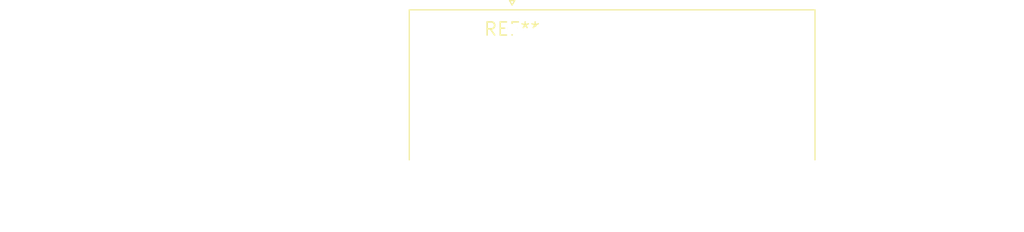
<source format=kicad_pcb>
(kicad_pcb (version 20240108) (generator pcbnew)
  (layers (0 "F.Cu" signal) (31 "B.Cu" signal) (34 "B.Paste" user) (35 "F.Paste" user) (36 "B.SilkS" user "B.Silkscreen") (37 "F.SilkS" user "F.Silkscreen") (38 "B.Mask" user) (39 "F.Mask" user) (44 "Edge.Cuts" user))
  (net 0 "")
  (footprint "DSUB-15_Male_Horizontal_P2.77x2.84mm_EdgePinOffset9.90mm_Housed_MountingHolesOffset11.32mm" (layer "F.Cu") (at 0 0)
    (property "Reference" "REF**")
    (property "Value" "DSUB-15_Male_Horizontal_P2.77x2.84mm_EdgePinOffset9.90mm_Housed_MountingHolesOffset11.32mm")
    (fp_line (start -9.965 -1.86) (end 29.355 -1.86) (layer "F.SilkS") (stroke (width 0.12)))
    (fp_line (start -9.965 12.68) (end -9.965 -1.86) (layer "F.SilkS") (stroke (width 0.12)))
    (fp_line (start -0.25 -2.754338) (end 0.25 -2.754338) (layer "F.SilkS") (stroke (width 0.12)))
    (fp_line (start 0 -2.321325) (end -0.25 -2.754338) (layer "F.SilkS") (stroke (width 0.12)))
    (fp_line (start 0.25 -2.754338) (end 0 -2.321325) (layer "F.SilkS") (stroke (width 0.12)))
    (fp_line (start 29.355 -1.86) (end 29.355 12.68) (layer "F.SilkS") (stroke (width 0.12)))
    (pad "0" thru_hole circle (at -6.955 1.42) (size 4 4) (drill 3.2) (layers *.Cu *.Mask) (remove_unused_layers))
    (pad "0" thru_hole circle (at 26.345 1.42) (size 4 4) (drill 3.2) (layers *.Cu *.Mask) (remove_unused_layers))
    (pad "1" thru_hole rect (at 0 0) (size 1.6 1.6) (drill 1) (layers *.Cu *.Mask) (remove_unused_layers))
    (pad "2" thru_hole circle (at 2.77 0) (size 1.6 1.6) (drill 1) (layers *.Cu *.Mask) (remove_unused_layers))
    (pad "3" thru_hole circle (at 5.54 0) (size 1.6 1.6) (drill 1) (layers *.Cu *.Mask) (remove_unused_layers))
    (pad "4" thru_hole circle (at 8.31 0) (size 1.6 1.6) (drill 1) (layers *.Cu *.Mask) (remove_unused_layers))
    (pad "5" thru_hole circle (at 11.08 0) (size 1.6 1.6) (drill 1) (layers *.Cu *.Mask) (remove_unused_layers))
    (pad "6" thru_hole circle (at 13.85 0) (size 1.6 1.6) (drill 1) (layers *.Cu *.Mask) (remove_unused_layers))
    (pad "7" thru_hole circle (at 16.62 0) (size 1.6 1.6) (drill 1) (layers *.Cu *.Mask) (remove_unused_layers))
    (pad "8" thru_hole circle (at 19.39 0) (size 1.6 1.6) (drill 1) (layers *.Cu *.Mask) (remove_unused_layers))
    (pad "9" thru_hole circle (at 1.385 2.84) (size 1.6 1.6) (drill 1) (layers *.Cu *.Mask) (remove_unused_layers))
    (pad "10" thru_hole circle (at 4.155 2.84) (size 1.6 1.6) (drill 1) (layers *.Cu *.Mask) (remove_unused_layers))
    (pad "11" thru_hole circle (at 6.925 2.84) (size 1.6 1.6) (drill 1) (layers *.Cu *.Mask) (remove_unused_layers))
    (pad "12" thru_hole circle (at 9.695 2.84) (size 1.6 1.6) (drill 1) (layers *.Cu *.Mask) (remove_unused_layers))
    (pad "13" thru_hole circle (at 12.465 2.84) (size 1.6 1.6) (drill 1) (layers *.Cu *.Mask) (remove_unused_layers))
    (pad "14" thru_hole circle (at 15.235 2.84) (size 1.6 1.6) (drill 1) (layers *.Cu *.Mask) (remove_unused_layers))
    (pad "15" thru_hole circle (at 18.005 2.84) (size 1.6 1.6) (drill 1) (layers *.Cu *.Mask) (remove_unused_layers))
  )
)
</source>
